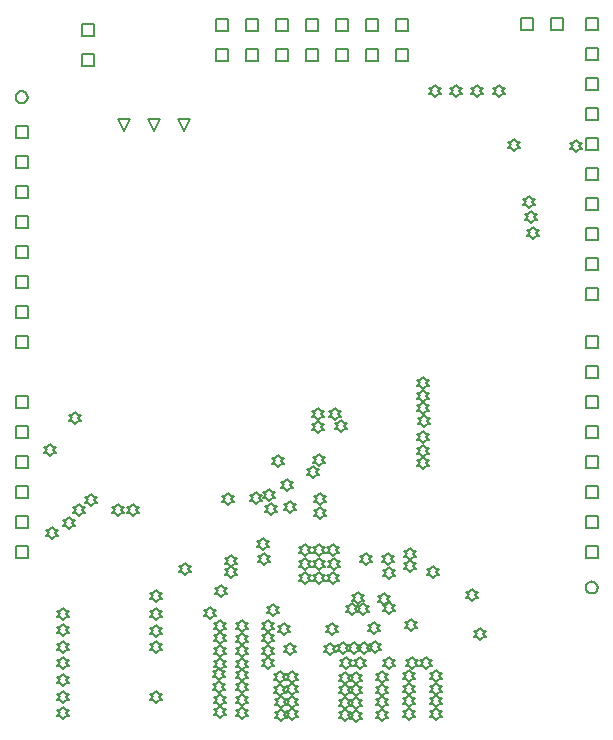
<source format=gbr>
%FSTAX23Y23*%
%MOMM*%
%SFA1B1*%

%IPPOS*%
%ADD129C,0.127000*%
%ADD130C,0.169300*%
G54D129*
X43751Y58491D02*
Y59507D01*
X44767*
Y58491*
X43751*
X46291D02*
Y59507D01*
X47307*
Y58491*
X46291*
X10149Y49941D02*
X09641Y50957D01*
X10657*
X10149Y49941*
X12689D02*
X12181Y50957D01*
X13197*
X12689Y49941*
X15229D02*
X14721Y50957D01*
X15737*
X15229Y49941*
X06591Y55476D02*
Y56492D01*
X07607*
Y55476*
X06591*
Y58016D02*
Y59032D01*
X07607*
Y58016*
X06591*
X49251Y13791D02*
Y14807D01*
X50267*
Y13791*
X49251*
Y16331D02*
Y17347D01*
X50267*
Y16331*
X49251*
Y18871D02*
Y19887D01*
X50267*
Y18871*
X49251*
Y21411D02*
Y22427D01*
X50267*
Y21411*
X49251*
Y23951D02*
Y24967D01*
X50267*
Y23951*
X49251*
Y26491D02*
Y27507D01*
X50267*
Y26491*
X49251*
Y29031D02*
Y30047D01*
X50267*
Y29031*
X49251*
Y31571D02*
Y32587D01*
X50267*
Y31571*
X49251*
X00991Y26491D02*
Y27507D01*
X02007*
Y26491*
X00991*
Y23951D02*
Y24967D01*
X02007*
Y23951*
X00991*
Y21411D02*
Y22427D01*
X02007*
Y21411*
X00991*
Y18871D02*
Y19887D01*
X02007*
Y18871*
X00991*
Y16331D02*
Y17347D01*
X02007*
Y16331*
X00991*
Y13791D02*
Y14807D01*
X02007*
Y13791*
X00991*
X49251Y40711D02*
Y41727D01*
X50267*
Y40711*
X49251*
Y58491D02*
Y59507D01*
X50267*
Y58491*
X49251*
Y55951D02*
Y56967D01*
X50267*
Y55951*
X49251*
Y53411D02*
Y54427D01*
X50267*
Y53411*
X49251*
Y50871D02*
Y51887D01*
X50267*
Y50871*
X49251*
Y48331D02*
Y49347D01*
X50267*
Y48331*
X49251*
Y45791D02*
Y46807D01*
X50267*
Y45791*
X49251*
Y43251D02*
Y44267D01*
X50267*
Y43251*
X49251*
Y38171D02*
Y39187D01*
X50267*
Y38171*
X49251*
Y35631D02*
Y36647D01*
X50267*
Y35631*
X49251*
X00991Y49351D02*
Y50367D01*
X02007*
Y49351*
X00991*
Y46811D02*
Y47827D01*
X02007*
Y46811*
X00991*
Y44271D02*
Y45287D01*
X02007*
Y44271*
X00991*
Y41731D02*
Y42747D01*
X02007*
Y41731*
X00991*
Y39191D02*
Y40207D01*
X02007*
Y39191*
X00991*
Y36651D02*
Y37667D01*
X02007*
Y36651*
X00991*
Y34111D02*
Y35127D01*
X02007*
Y34111*
X00991*
Y31571D02*
Y32587D01*
X02007*
Y31571*
X00991*
X17991Y55891D02*
Y56907D01*
X19007*
Y55891*
X17991*
Y58431D02*
Y59447D01*
X19007*
Y58431*
X17991*
X20531Y55891D02*
Y56907D01*
X21547*
Y55891*
X20531*
Y58431D02*
Y59447D01*
X21547*
Y58431*
X20531*
X23071Y55891D02*
Y56907D01*
X24087*
Y55891*
X23071*
Y58431D02*
Y59447D01*
X24087*
Y58431*
X23071*
X25611Y55891D02*
Y56907D01*
X26627*
Y55891*
X25611*
Y58431D02*
Y59447D01*
X26627*
Y58431*
X25611*
X28151Y55891D02*
Y56907D01*
X29167*
Y55891*
X28151*
Y58431D02*
Y59447D01*
X29167*
Y58431*
X28151*
X30691Y55891D02*
Y56907D01*
X31707*
Y55891*
X30691*
Y58431D02*
Y59447D01*
X31707*
Y58431*
X30691*
X33231Y55891D02*
Y56907D01*
X34247*
Y55891*
X33231*
Y58431D02*
Y59447D01*
X34247*
Y58431*
X33231*
X05999Y25141D02*
X06253Y25395D01*
X06507*
X06253Y25649*
X06507Y25903*
X06253*
X05999Y26157*
X05745Y25903*
X05491*
X05745Y25649*
X05491Y25395*
X05745*
X05999Y25141*
X03899Y22491D02*
X04153Y22745D01*
X04407*
X04153Y22999*
X04407Y23253*
X04153*
X03899Y23507*
X03645Y23253*
X03391*
X03645Y22999*
X03391Y22745*
X03645*
X03899Y22491*
X23999Y19491D02*
X24253Y19745D01*
X24507*
X24253Y19999*
X24507Y20253*
X24253*
X23999Y20507*
X23745Y20253*
X23491*
X23745Y19999*
X23491Y19745*
X23745*
X23999Y19491*
X35499Y21391D02*
X35753Y21645D01*
X36007*
X35753Y21899*
X36007Y22153*
X35753*
X35499Y22407*
X35245Y22153*
X34991*
X35245Y21899*
X34991Y21645*
X35245*
X35499Y21391*
Y22391D02*
X35753Y22645D01*
X36007*
X35753Y22899*
X36007Y23153*
X35753*
X35499Y23407*
X35245Y23153*
X34991*
X35245Y22899*
X34991Y22645*
X35245*
X35499Y22391*
X35599Y24892D02*
X35853Y25146D01*
X36107*
X35853Y254*
X36107Y25654*
X35853*
X35599Y25908*
X35345Y25654*
X35091*
X35345Y254*
X35091Y25146*
X35345*
X35599Y24892*
X35499Y23591D02*
X35753Y23845D01*
X36007*
X35753Y24099*
X36007Y24353*
X35753*
X35499Y24607*
X35245Y24353*
X34991*
X35245Y24099*
X34991Y23845*
X35245*
X35499Y23591*
X36474Y52891D02*
X36728Y53145D01*
X36982*
X36728Y53399*
X36982Y53653*
X36728*
X36474Y53907*
X3622Y53653*
X35966*
X3622Y53399*
X35966Y53145*
X3622*
X36474Y52891*
X35499Y25991D02*
X35753Y26245D01*
X36007*
X35753Y26499*
X36007Y26753*
X35753*
X35499Y27007*
X35245Y26753*
X34991*
X35245Y26499*
X34991Y26245*
X35245*
X35499Y25991*
Y26991D02*
X35753Y27245D01*
X36007*
X35753Y27499*
X36007Y27753*
X35753*
X35499Y28007*
X35245Y27753*
X34991*
X35245Y27499*
X34991Y27245*
X35245*
X35499Y26991*
Y28091D02*
X35753Y28345D01*
X36007*
X35753Y28599*
X36007Y28853*
X35753*
X35499Y29107*
X35245Y28853*
X34991*
X35245Y28599*
X34991Y28345*
X35245*
X35499Y28091*
X41899Y52891D02*
X42153Y53145D01*
X42407*
X42153Y53399*
X42407Y53653*
X42153*
X41899Y53907*
X41645Y53653*
X41391*
X41645Y53399*
X41391Y53145*
X41645*
X41899Y52891*
X40091D02*
X40345Y53145D01*
X40599*
X40345Y53399*
X40599Y53653*
X40345*
X40091Y53907*
X39837Y53653*
X39583*
X39837Y53399*
X39583Y53145*
X39837*
X40091Y52891*
X38283D02*
X38537Y53145D01*
X38791*
X38537Y53399*
X38791Y53653*
X38537*
X38283Y53907*
X38029Y53653*
X37775*
X38029Y53399*
X37775Y53145*
X38029*
X38283Y52891*
X26599Y25491D02*
X26853Y25745D01*
X27107*
X26853Y25999*
X27107Y26253*
X26853*
X26599Y26507*
X26345Y26253*
X26091*
X26345Y25999*
X26091Y25745*
X26345*
X26599Y25491*
Y24391D02*
X26853Y24645D01*
X27107*
X26853Y24899*
X27107Y25153*
X26853*
X26599Y25407*
X26345Y25153*
X26091*
X26345Y24899*
X26091Y24645*
X26345*
X26599Y24391*
X10899Y17391D02*
X11153Y17645D01*
X11407*
X11153Y17899*
X11407Y18153*
X11153*
X10899Y18407*
X10645Y18153*
X10391*
X10645Y17899*
X10391Y17645*
X10645*
X10899Y17391*
X44599Y42191D02*
X44853Y42445D01*
X45107*
X44853Y42699*
X45107Y42953*
X44853*
X44599Y43207*
X44345Y42953*
X44091*
X44345Y42699*
X44091Y42445*
X44345*
X44599Y42191*
X44799Y40791D02*
X45053Y41045D01*
X45307*
X45053Y41299*
X45307Y41553*
X45053*
X44799Y41807*
X44545Y41553*
X44291*
X44545Y41299*
X44291Y41045*
X44545*
X44799Y40791*
X28499Y24491D02*
X28753Y24745D01*
X29007*
X28753Y24999*
X29007Y25253*
X28753*
X28499Y25507*
X28245Y25253*
X27991*
X28245Y24999*
X27991Y24745*
X28245*
X28499Y24491*
X27999Y25491D02*
X28253Y25745D01*
X28507*
X28253Y25999*
X28507Y26253*
X28253*
X27999Y26507*
X27745Y26253*
X27491*
X27745Y25999*
X27491Y25745*
X27745*
X27999Y25491*
X07399Y18191D02*
X07653Y18445D01*
X07907*
X07653Y18699*
X07907Y18953*
X07653*
X07399Y19207*
X07145Y18953*
X06891*
X07145Y18699*
X06891Y18445*
X07145*
X07399Y18191*
X06399Y17391D02*
X06653Y17645D01*
X06907*
X06653Y17899*
X06907Y18153*
X06653*
X06399Y18407*
X06145Y18153*
X05891*
X06145Y17899*
X05891Y17645*
X06145*
X06399Y17391*
X05499Y16291D02*
X05753Y16545D01*
X06007*
X05753Y16799*
X06007Y17053*
X05753*
X05499Y17307*
X05245Y17053*
X04991*
X05245Y16799*
X04991Y16545*
X05245*
X05499Y16291*
X04999Y08591D02*
X05253Y08845D01*
X05507*
X05253Y09099*
X05507Y09353*
X05253*
X04999Y09607*
X04745Y09353*
X04491*
X04745Y09099*
X04491Y08845*
X04745*
X04999Y08591*
Y07191D02*
X05253Y07445D01*
X05507*
X05253Y07699*
X05507Y07953*
X05253*
X04999Y08207*
X04745Y07953*
X04491*
X04745Y07699*
X04491Y07445*
X04745*
X04999Y07191*
X44499Y43491D02*
X44753Y43745D01*
X45007*
X44753Y43999*
X45007Y44253*
X44753*
X44499Y44507*
X44245Y44253*
X43991*
X44245Y43999*
X43991Y43745*
X44245*
X44499Y43491*
X04999Y05816D02*
X05253Y0607D01*
X05507*
X05253Y06324*
X05507Y06578*
X05253*
X04999Y06832*
X04745Y06578*
X04491*
X04745Y06324*
X04491Y0607*
X04745*
X04999Y05816*
X26699Y21591D02*
X26953Y21845D01*
X27207*
X26953Y22099*
X27207Y22353*
X26953*
X26699Y22607*
X26445Y22353*
X26191*
X26445Y22099*
X26191Y21845*
X26445*
X26699Y21591*
X09699Y17391D02*
X09953Y17645D01*
X10207*
X09953Y17899*
X10207Y18153*
X09953*
X09699Y18407*
X09445Y18153*
X09191*
X09445Y17899*
X09191Y17645*
X09445*
X09699Y17391*
X04999Y02991D02*
X05253Y03245D01*
X05507*
X05253Y03499*
X05507Y03753*
X05253*
X04999Y04007*
X04745Y03753*
X04491*
X04745Y03499*
X04491Y03245*
X04745*
X04999Y02991*
X48399Y48191D02*
X48653Y48445D01*
X48907*
X48653Y48699*
X48907Y48953*
X48653*
X48399Y49207*
X48145Y48953*
X47891*
X48145Y48699*
X47891Y48445*
X48145*
X48399Y48191*
X43199Y48291D02*
X43453Y48545D01*
X43707*
X43453Y48799*
X43707Y49053*
X43453*
X43199Y49307*
X42945Y49053*
X42691*
X42945Y48799*
X42691Y48545*
X42945*
X43199Y48291*
X29999Y09891D02*
X30253Y10145D01*
X30507*
X30253Y10399*
X30507Y10653*
X30253*
X29999Y10907*
X29745Y10653*
X29491*
X29745Y10399*
X29491Y10145*
X29745*
X29999Y09891*
X29499Y08991D02*
X29753Y09245D01*
X30007*
X29753Y09499*
X30007Y09753*
X29753*
X29499Y10007*
X29245Y09753*
X28991*
X29245Y09499*
X28991Y09245*
X29245*
X29499Y08991*
X32599Y09091D02*
X32853Y09345D01*
X33107*
X32853Y09599*
X33107Y09853*
X32853*
X32599Y10107*
X32345Y09853*
X32091*
X32345Y09599*
X32091Y09345*
X32345*
X32599Y09091*
X32512Y13191D02*
X32766Y13445D01*
X3302*
X32766Y13699*
X3302Y13953*
X32766*
X32512Y14207*
X32258Y13953*
X32004*
X32258Y13699*
X32004Y13445*
X32258*
X32512Y13191*
X21374Y18366D02*
X21628Y1862D01*
X21882*
X21628Y18874*
X21882Y19128*
X21628*
X21374Y19382*
X2112Y19128*
X20866*
X2112Y18874*
X20866Y1862*
X2112*
X21374Y18366*
X24249Y17666D02*
X24503Y1792D01*
X24757*
X24503Y18174*
X24757Y18428*
X24503*
X24249Y18682*
X23995Y18428*
X23741*
X23995Y18174*
X23741Y1792*
X23995*
X24249Y17666*
X26199Y20566D02*
X26453Y2082D01*
X26707*
X26453Y21074*
X26707Y21328*
X26453*
X26199Y21582*
X25945Y21328*
X25691*
X25945Y21074*
X25691Y2082*
X25945*
X26199Y20566*
X32624Y04441D02*
X32878Y04695D01*
X33132*
X32878Y04949*
X33132Y05203*
X32878*
X32624Y05457*
X3237Y05203*
X32116*
X3237Y04949*
X32116Y04695*
X3237*
X32624Y04441*
X3142Y05741D02*
X31674Y05995D01*
X31928*
X31674Y06249*
X31928Y06503*
X31674*
X3142Y06757*
X31166Y06503*
X30912*
X31166Y06249*
X30912Y05995*
X31166*
X3142Y05741*
X34474Y07641D02*
X34728Y07895D01*
X34982*
X34728Y08149*
X34982Y08403*
X34728*
X34474Y08657*
X3422Y08403*
X33966*
X3422Y08149*
X33966Y07895*
X3422*
X34474Y07641*
X26724Y17091D02*
X26978Y17345D01*
X27232*
X26978Y17599*
X27232Y17853*
X26978*
X26724Y18107*
X2647Y17853*
X26216*
X2647Y17599*
X26216Y17345*
X2647*
X26724Y17091*
X23174Y21566D02*
X23428Y2182D01*
X23682*
X23428Y22074*
X23682Y22328*
X23428*
X23174Y22582*
X2292Y22328*
X22666*
X2292Y22074*
X22666Y2182*
X2292*
X23174Y21566*
X15374Y12416D02*
X15628Y1267D01*
X15882*
X15628Y12924*
X15882Y13178*
X15628*
X15374Y13432*
X1512Y13178*
X14866*
X1512Y12924*
X14866Y1267*
X1512*
X15374Y12416*
X32574Y12041D02*
X32828Y12295D01*
X33082*
X32828Y12549*
X33082Y12803*
X32828*
X32574Y13057*
X3232Y12803*
X32066*
X3232Y12549*
X32066Y12295*
X3232*
X32574Y12041*
X30399Y08991D02*
X30653Y09245D01*
X30907*
X30653Y09499*
X30907Y09753*
X30653*
X30399Y10007*
X30145Y09753*
X29891*
X30145Y09499*
X29891Y09245*
X30145*
X30399Y08991*
X34374Y12641D02*
X34628Y12895D01*
X34882*
X34628Y13149*
X34882Y13403*
X34628*
X34374Y13657*
X3412Y13403*
X33866*
X3412Y13149*
X33866Y12895*
X3412*
X34374Y12641*
X25474Y12791D02*
X25728Y13045D01*
X25982*
X25728Y13299*
X25982Y13553*
X25728*
X25474Y13807*
X2522Y13553*
X24966*
X2522Y13299*
X24966Y13045*
X2522*
X25474Y12791*
X26674Y13991D02*
X26928Y14245D01*
X27182*
X26928Y14499*
X27182Y14753*
X26928*
X26674Y15007*
X2642Y14753*
X26166*
X2642Y14499*
X26166Y14245*
X2642*
X26674Y13991*
X27874D02*
X28128Y14245D01*
X28382*
X28128Y14499*
X28382Y14753*
X28128*
X27874Y15007*
X2762Y14753*
X27366*
X2762Y14499*
X27366Y14245*
X2762*
X27874Y13991*
X26674Y12791D02*
X26928Y13045D01*
X27182*
X26928Y13299*
X27182Y13553*
X26928*
X26674Y13807*
X2642Y13553*
X26166*
X2642Y13299*
X26166Y13045*
X2642*
X26674Y12791*
X25474Y13991D02*
X25728Y14245D01*
X25982*
X25728Y14499*
X25982Y14753*
X25728*
X25474Y15007*
X2522Y14753*
X24966*
X2522Y14499*
X24966Y14245*
X2522*
X25474Y13991*
X27974Y12791D02*
X28228Y13045D01*
X28482*
X28228Y13299*
X28482Y13553*
X28228*
X27974Y13807*
X2772Y13553*
X27466*
X2772Y13299*
X27466Y13045*
X2772*
X27974Y12791*
X27874Y11591D02*
X28128Y11845D01*
X28382*
X28128Y12099*
X28382Y12353*
X28128*
X27874Y12607*
X2762Y12353*
X27366*
X2762Y12099*
X27366Y11845*
X2762*
X27874Y11591*
X36324Y12141D02*
X36578Y12395D01*
X36832*
X36578Y12649*
X36832Y12903*
X36578*
X36324Y13157*
X3607Y12903*
X35816*
X3607Y12649*
X35816Y12395*
X3607*
X36324Y12141*
X22424Y18641D02*
X22678Y18895D01*
X22932*
X22678Y19149*
X22932Y19403*
X22678*
X22424Y19657*
X2217Y19403*
X21916*
X2217Y19149*
X21916Y18895*
X2217*
X22424Y18641*
X22624Y17491D02*
X22878Y17745D01*
X23132*
X22878Y17999*
X23132Y18253*
X22878*
X22624Y18507*
X2237Y18253*
X22116*
X2237Y17999*
X22116Y17745*
X2237*
X22624Y17491*
X39624Y10191D02*
X39878Y10445D01*
X40132*
X39878Y10699*
X40132Y10953*
X39878*
X39624Y11207*
X3937Y10953*
X39116*
X3937Y10699*
X39116Y10445*
X3937*
X39624Y10191*
X32174Y09866D02*
X32428Y1012D01*
X32682*
X32428Y10374*
X32682Y10628*
X32428*
X32174Y10882*
X3192Y10628*
X31666*
X3192Y10374*
X31666Y1012*
X3192*
X32174Y09866*
X27799Y07316D02*
X28053Y0757D01*
X28307*
X28053Y07824*
X28307Y08078*
X28053*
X27799Y08332*
X27545Y08078*
X27291*
X27545Y07824*
X27291Y0757*
X27545*
X27799Y07316*
X18374Y10541D02*
X18628Y10795D01*
X18882*
X18628Y11049*
X18882Y11303*
X18628*
X18374Y11557*
X1812Y11303*
X17866*
X1812Y11049*
X17866Y10795*
X1812*
X18374Y10541*
X19249Y12091D02*
X19503Y12345D01*
X19757*
X19503Y12599*
X19757Y12853*
X19503*
X19249Y13107*
X18995Y12853*
X18741*
X18995Y12599*
X18741Y12345*
X18995*
X19249Y12091*
Y13091D02*
X19503Y13345D01*
X19757*
X19503Y13599*
X19757Y13853*
X19503*
X19249Y14107*
X18995Y13853*
X18741*
X18995Y13599*
X18741Y13345*
X18995*
X19249Y13091*
X18999Y18316D02*
X19253Y1857D01*
X19507*
X19253Y18824*
X19507Y19078*
X19253*
X18999Y19332*
X18745Y19078*
X18491*
X18745Y18824*
X18491Y1857*
X18745*
X18999Y18316*
X21924Y14541D02*
X22178Y14795D01*
X22432*
X22178Y15049*
X22432Y15303*
X22178*
X21924Y15557*
X2167Y15303*
X21416*
X2167Y15049*
X21416Y14795*
X2167*
X21924Y14541*
X21999Y13216D02*
X22253Y1347D01*
X22507*
X22253Y13724*
X22507Y13978*
X22253*
X21999Y14232*
X21745Y13978*
X21491*
X21745Y13724*
X21491Y1347*
X21745*
X21999Y13216*
X22774Y08941D02*
X23028Y09195D01*
X23282*
X23028Y09449*
X23282Y09703*
X23028*
X22774Y09957*
X2252Y09703*
X22266*
X2252Y09449*
X22266Y09195*
X2252*
X22774Y08941*
X23674Y07266D02*
X23928Y0752D01*
X24182*
X23928Y07774*
X24182Y08028*
X23928*
X23674Y08282*
X2342Y08028*
X23166*
X2342Y07774*
X23166Y0752*
X2342*
X23674Y07266*
X25474Y11591D02*
X25728Y11845D01*
X25982*
X25728Y12099*
X25982Y12353*
X25728*
X25474Y12607*
X2522Y12353*
X24966*
X2522Y12099*
X24966Y11845*
X2522*
X25474Y11591*
X26674D02*
X26928Y11845D01*
X27182*
X26928Y12099*
X27182Y12353*
X26928*
X26674Y12607*
X2642Y12353*
X26166*
X2642Y12099*
X26166Y11845*
X2642*
X26674Y11591*
X28699Y05716D02*
X28953Y0597D01*
X29207*
X28953Y06224*
X29207Y06478*
X28953*
X28699Y06732*
X28445Y06478*
X28191*
X28445Y06224*
X28191Y0597*
X28445*
X28699Y05716*
X30499D02*
X30753Y0597D01*
X31007*
X30753Y06224*
X31007Y06478*
X30753*
X30499Y06732*
X30245Y06478*
X29991*
X30245Y06224*
X29991Y0597*
X30245*
X30499Y05716*
X29624D02*
X29878Y0597D01*
X30132*
X29878Y06224*
X30132Y06478*
X29878*
X29624Y06732*
X2937Y06478*
X29116*
X2937Y06224*
X29116Y0597*
X2937*
X29624Y05716*
X31349Y07366D02*
X31603Y0762D01*
X31857*
X31603Y07874*
X31857Y08128*
X31603*
X31349Y08382*
X31095Y08128*
X30841*
X31095Y07874*
X30841Y0762*
X31095*
X31349Y07366*
X26799Y18341D02*
X27053Y18595D01*
X27307*
X27053Y18849*
X27307Y19103*
X27053*
X26799Y19357*
X26545Y19103*
X26291*
X26545Y18849*
X26291Y18595*
X26545*
X26799Y18341*
X40349Y06866D02*
X40603Y0712D01*
X40857*
X40603Y07374*
X40857Y07628*
X40603*
X40349Y07882*
X40095Y07628*
X39841*
X40095Y07374*
X39841Y0712*
X40095*
X40349Y06866*
X24249Y05616D02*
X24503Y0587D01*
X24757*
X24503Y06124*
X24757Y06378*
X24503*
X24249Y06632*
X23995Y06378*
X23741*
X23995Y06124*
X23741Y0587*
X23995*
X24249Y05616*
X27599D02*
X27853Y0587D01*
X28107*
X27853Y06124*
X28107Y06378*
X27853*
X27599Y06632*
X27345Y06378*
X27091*
X27345Y06124*
X27091Y0587*
X27345*
X27599Y05616*
X34374Y13691D02*
X34628Y13945D01*
X34882*
X34628Y14199*
X34882Y14453*
X34628*
X34374Y14707*
X3412Y14453*
X33866*
X3412Y14199*
X33866Y13945*
X3412*
X34374Y13691*
X30699Y13241D02*
X30953Y13495D01*
X31207*
X30953Y13749*
X31207Y14003*
X30953*
X30699Y14257*
X30445Y14003*
X30191*
X30445Y13749*
X30191Y13495*
X30445*
X30699Y13241*
X31999Y01108D02*
X32253Y01362D01*
X32507*
X32253Y01616*
X32507Y0187*
X32253*
X31999Y02124*
X31745Y0187*
X31491*
X31745Y01616*
X31491Y01362*
X31745*
X31999Y01108*
Y00041D02*
X32253Y00295D01*
X32507*
X32253Y00549*
X32507Y00803*
X32253*
X31999Y01057*
X31745Y00803*
X31491*
X31745Y00549*
X31491Y00295*
X31745*
X31999Y00041*
Y02175D02*
X32253Y02429D01*
X32507*
X32253Y02683*
X32507Y02937*
X32253*
X31999Y03191*
X31745Y02937*
X31491*
X31745Y02683*
X31491Y02429*
X31745*
X31999Y02175*
X28874Y01058D02*
X29128Y01312D01*
X29382*
X29128Y01566*
X29382Y0182*
X29128*
X28874Y02074*
X2862Y0182*
X28366*
X2862Y01566*
X28366Y01312*
X2862*
X28874Y01058*
Y-00007D02*
X29128Y00245D01*
X29382*
X29128Y00499*
X29382Y00753*
X29128*
X28874Y01007*
X2862Y00753*
X28366*
X2862Y00499*
X28366Y00245*
X2862*
X28874Y-00007*
X28849Y02125D02*
X29103Y02379D01*
X29357*
X29103Y02633*
X29357Y02887*
X29103*
X28849Y03141*
X28595Y02887*
X28341*
X28595Y02633*
X28341Y02379*
X28595*
X28849Y02125*
Y03191D02*
X29103Y03445D01*
X29357*
X29103Y03699*
X29357Y03953*
X29103*
X28849Y04207*
X28595Y03953*
X28341*
X28595Y03699*
X28341Y03445*
X28595*
X28849Y03191*
X29849Y01033D02*
X30103Y01287D01*
X30357*
X30103Y01541*
X30357Y01795*
X30103*
X29849Y02049*
X29595Y01795*
X29341*
X29595Y01541*
X29341Y01287*
X29595*
X29849Y01033*
Y-00032D02*
X30103Y0022D01*
X30357*
X30103Y00474*
X30357Y00728*
X30103*
X29849Y00982*
X29595Y00728*
X29341*
X29595Y00474*
X29341Y0022*
X29595*
X29849Y-00032*
X29824Y021D02*
X30078Y02354D01*
X30332*
X30078Y02608*
X30332Y02862*
X30078*
X29824Y03116*
X2957Y02862*
X29316*
X2957Y02608*
X29316Y02354*
X2957*
X29824Y021*
Y03166D02*
X30078Y0342D01*
X30332*
X30078Y03674*
X30332Y03928*
X30078*
X29824Y04182*
X2957Y03928*
X29316*
X2957Y03674*
X29316Y0342*
X2957*
X29824Y03166*
X34274Y01183D02*
X34528Y01437D01*
X34782*
X34528Y01691*
X34782Y01945*
X34528*
X34274Y02199*
X3402Y01945*
X33766*
X3402Y01691*
X33766Y01437*
X3402*
X34274Y01183*
X36549Y00116D02*
X36803Y0037D01*
X37057*
X36803Y00624*
X37057Y00878*
X36803*
X36549Y01132*
X36295Y00878*
X36041*
X36295Y00624*
X36041Y0037*
X36295*
X36549Y00116*
X34581Y04441D02*
X34835Y04695D01*
X35089*
X34835Y04949*
X35089Y05203*
X34835*
X34581Y05457*
X34327Y05203*
X34073*
X34327Y04949*
X34073Y04695*
X34327*
X34581Y04441*
X35699D02*
X35953Y04695D01*
X36207*
X35953Y04949*
X36207Y05203*
X35953*
X35699Y05457*
X35445Y05203*
X35191*
X35445Y04949*
X35191Y04695*
X35445*
X35699Y04441*
X24399Y01133D02*
X24653Y01387D01*
X24907*
X24653Y01641*
X24907Y01895*
X24653*
X24399Y02149*
X24145Y01895*
X23891*
X24145Y01641*
X23891Y01387*
X24145*
X24399Y01133*
Y00066D02*
X24653Y0032D01*
X24907*
X24653Y00574*
X24907Y00828*
X24653*
X24399Y01082*
X24145Y00828*
X23891*
X24145Y00574*
X23891Y0032*
X24145*
X24399Y00066*
X24374Y022D02*
X24628Y02454D01*
X24882*
X24628Y02708*
X24882Y02962*
X24628*
X24374Y03216*
X2412Y02962*
X23866*
X2412Y02708*
X23866Y02454*
X2412*
X24374Y022*
Y03266D02*
X24628Y0352D01*
X24882*
X24628Y03774*
X24882Y04028*
X24628*
X24374Y04282*
X2412Y04028*
X23866*
X2412Y03774*
X23866Y0352*
X2412*
X24374Y03266*
X23424Y01108D02*
X23678Y01362D01*
X23932*
X23678Y01616*
X23932Y0187*
X23678*
X23424Y02124*
X2317Y0187*
X22916*
X2317Y01616*
X22916Y01362*
X2317*
X23424Y01108*
Y00041D02*
X23678Y00295D01*
X23932*
X23678Y00549*
X23932Y00803*
X23678*
X23424Y01057*
X2317Y00803*
X22916*
X2317Y00549*
X22916Y00295*
X2317*
X23424Y00041*
X23399Y02175D02*
X23653Y02429D01*
X23907*
X23653Y02683*
X23907Y02937*
X23653*
X23399Y03191*
X23145Y02937*
X22891*
X23145Y02683*
X22891Y02429*
X23145*
X23399Y02175*
Y03241D02*
X23653Y03495D01*
X23907*
X23653Y03749*
X23907Y04003*
X23653*
X23399Y04257*
X23145Y04003*
X22891*
X23145Y03749*
X22891Y03495*
X23145*
X23399Y03241*
X20149Y01283D02*
X20403Y01537D01*
X20657*
X20403Y01791*
X20657Y02045*
X20403*
X20149Y02299*
X19895Y02045*
X19641*
X19895Y01791*
X19641Y01537*
X19895*
X20149Y01283*
Y00216D02*
X20403Y0047D01*
X20657*
X20403Y00724*
X20657Y00978*
X20403*
X20149Y01232*
X19895Y00978*
X19641*
X19895Y00724*
X19641Y0047*
X19895*
X20149Y00216*
X20124Y0235D02*
X20378Y02604D01*
X20632*
X20378Y02858*
X20632Y03112*
X20378*
X20124Y03366*
X1987Y03112*
X19616*
X1987Y02858*
X19616Y02604*
X1987*
X20124Y0235*
Y03416D02*
X20378Y0367D01*
X20632*
X20378Y03924*
X20632Y04178*
X20378*
X20124Y04432*
X1987Y04178*
X19616*
X1987Y03924*
X19616Y0367*
X1987*
X20124Y03416*
X18274Y01333D02*
X18528Y01587D01*
X18782*
X18528Y01841*
X18782Y02095*
X18528*
X18274Y02349*
X1802Y02095*
X17766*
X1802Y01841*
X17766Y01587*
X1802*
X18274Y01333*
Y00266D02*
X18528Y0052D01*
X18782*
X18528Y00774*
X18782Y01028*
X18528*
X18274Y01282*
X1802Y01028*
X17766*
X1802Y00774*
X17766Y0052*
X1802*
X18274Y00266*
X18249Y024D02*
X18503Y02654D01*
X18757*
X18503Y02908*
X18757Y03162*
X18503*
X18249Y03416*
X17995Y03162*
X17741*
X17995Y02908*
X17741Y02654*
X17995*
X18249Y024*
Y03466D02*
X18503Y0372D01*
X18757*
X18503Y03974*
X18757Y04228*
X18503*
X18249Y04482*
X17995Y04228*
X17741*
X17995Y03974*
X17741Y0372*
X17995*
X18249Y03466*
X18324Y05433D02*
X18578Y05687D01*
X18832*
X18578Y05941*
X18832Y06195*
X18578*
X18324Y06449*
X1807Y06195*
X17816*
X1807Y05941*
X17816Y05687*
X1807*
X18324Y05433*
Y04366D02*
X18578Y0462D01*
X18832*
X18578Y04874*
X18832Y05128*
X18578*
X18324Y05382*
X1807Y05128*
X17816*
X1807Y04874*
X17816Y0462*
X1807*
X18324Y04366*
X18299Y065D02*
X18553Y06754D01*
X18807*
X18553Y07008*
X18807Y07262*
X18553*
X18299Y07516*
X18045Y07262*
X17791*
X18045Y07008*
X17791Y06754*
X18045*
X18299Y065*
Y07566D02*
X18553Y0782D01*
X18807*
X18553Y08074*
X18807Y08328*
X18553*
X18299Y08582*
X18045Y08328*
X17791*
X18045Y08074*
X17791Y0782*
X18045*
X18299Y07566*
X20174Y05408D02*
X20428Y05662D01*
X20682*
X20428Y05916*
X20682Y0617*
X20428*
X20174Y06424*
X1992Y0617*
X19666*
X1992Y05916*
X19666Y05662*
X1992*
X20174Y05408*
Y04341D02*
X20428Y04595D01*
X20682*
X20428Y04849*
X20682Y05103*
X20428*
X20174Y05357*
X1992Y05103*
X19666*
X1992Y04849*
X19666Y04595*
X1992*
X20174Y04341*
X20149Y06475D02*
X20403Y06729D01*
X20657*
X20403Y06983*
X20657Y07237*
X20403*
X20149Y07491*
X19895Y07237*
X19641*
X19895Y06983*
X19641Y06729*
X19895*
X20149Y06475*
Y07541D02*
X20403Y07795D01*
X20657*
X20403Y08049*
X20657Y08303*
X20403*
X20149Y08557*
X19895Y08303*
X19641*
X19895Y08049*
X19641Y07795*
X19895*
X20149Y07541*
X22399Y05458D02*
X22653Y05712D01*
X22907*
X22653Y05966*
X22907Y0622*
X22653*
X22399Y06474*
X22145Y0622*
X21891*
X22145Y05966*
X21891Y05712*
X22145*
X22399Y05458*
Y04391D02*
X22653Y04645D01*
X22907*
X22653Y04899*
X22907Y05153*
X22653*
X22399Y05407*
X22145Y05153*
X21891*
X22145Y04899*
X21891Y04645*
X22145*
X22399Y04391*
X22374Y06525D02*
X22628Y06779D01*
X22882*
X22628Y07033*
X22882Y07287*
X22628*
X22374Y07541*
X2212Y07287*
X21866*
X2212Y07033*
X21866Y06779*
X2212*
X22374Y06525*
Y07591D02*
X22628Y07845D01*
X22882*
X22628Y08099*
X22882Y08353*
X22628*
X22374Y08607*
X2212Y08353*
X21866*
X2212Y08099*
X21866Y07845*
X2212*
X22374Y07591*
X30109Y04441D02*
X30363Y04695D01*
X30617*
X30363Y04949*
X30617Y05203*
X30363*
X30109Y05457*
X29855Y05203*
X29601*
X29855Y04949*
X29601Y04695*
X29855*
X30109Y04441*
X28991D02*
X29245Y04695D01*
X29499*
X29245Y04949*
X29499Y05203*
X29245*
X28991Y05457*
X28737Y05203*
X28483*
X28737Y04949*
X28483Y04695*
X28737*
X28991Y04441*
X36549Y0225D02*
X36803Y02504D01*
X37057*
X36803Y02758*
X37057Y03012*
X36803*
X36549Y03266*
X36295Y03012*
X36041*
X36295Y02758*
X36041Y02504*
X36295*
X36549Y0225*
X34274D02*
X34528Y02504D01*
X34782*
X34528Y02758*
X34782Y03012*
X34528*
X34274Y03266*
X3402Y03012*
X33766*
X3402Y02758*
X33766Y02504*
X3402*
X34274Y0225*
Y03316D02*
X34528Y0357D01*
X34782*
X34528Y03824*
X34782Y04078*
X34528*
X34274Y04332*
X3402Y04078*
X33766*
X3402Y03824*
X33766Y0357*
X3402*
X34274Y03316*
X36549D02*
X36803Y0357D01*
X37057*
X36803Y03824*
X37057Y04078*
X36803*
X36549Y04332*
X36295Y04078*
X36041*
X36295Y03824*
X36041Y0357*
X36295*
X36549Y03316*
X34274Y00116D02*
X34528Y0037D01*
X34782*
X34528Y00624*
X34782Y00878*
X34528*
X34274Y01132*
X3402Y00878*
X33766*
X3402Y00624*
X33766Y0037*
X3402*
X34274Y00116*
X36549Y01183D02*
X36803Y01437D01*
X37057*
X36803Y01691*
X37057Y01945*
X36803*
X36549Y02199*
X36295Y01945*
X36041*
X36295Y01691*
X36041Y01437*
X36295*
X36549Y01183*
X31999Y03241D02*
X32253Y03495D01*
X32507*
X32253Y03749*
X32507Y04003*
X32253*
X31999Y04257*
X31745Y04003*
X31491*
X31745Y03749*
X31491Y03495*
X31745*
X31999Y03241*
X04999Y01566D02*
X05253Y0182D01*
X05507*
X05253Y02074*
X05507Y02328*
X05253*
X04999Y02582*
X04745Y02328*
X04491*
X04745Y02074*
X04491Y0182*
X04745*
X04999Y01566*
X05024Y00191D02*
X05278Y00445D01*
X05532*
X05278Y00699*
X05532Y00953*
X05278*
X05024Y01207*
X0477Y00953*
X04516*
X0477Y00699*
X04516Y00445*
X0477*
X05024Y00191*
X04999Y04441D02*
X05253Y04695D01*
X05507*
X05253Y04949*
X05507Y05203*
X05253*
X04999Y05457*
X04745Y05203*
X04491*
X04745Y04949*
X04491Y04695*
X04745*
X04999Y04441*
X12899Y08591D02*
X13153Y08845D01*
X13407*
X13153Y09099*
X13407Y09353*
X13153*
X12899Y09607*
X12645Y09353*
X12391*
X12645Y09099*
X12391Y08845*
X12645*
X12899Y08591*
X12874Y07166D02*
X13128Y0742D01*
X13382*
X13128Y07674*
X13382Y07928*
X13128*
X12874Y08182*
X1262Y07928*
X12366*
X1262Y07674*
X12366Y0742*
X1262*
X12874Y07166*
Y05766D02*
X13128Y0602D01*
X13382*
X13128Y06274*
X13382Y06528*
X13128*
X12874Y06782*
X1262Y06528*
X12366*
X1262Y06274*
X12366Y0602*
X1262*
X12874Y05766*
Y10066D02*
X13128Y1032D01*
X13382*
X13128Y10574*
X13382Y10828*
X13128*
X12874Y11082*
X1262Y10828*
X12366*
X1262Y10574*
X12366Y1032*
X1262*
X12874Y10066*
Y01566D02*
X13128Y0182D01*
X13382*
X13128Y02074*
X13382Y02328*
X13128*
X12874Y02582*
X1262Y02328*
X12366*
X1262Y02074*
X12366Y0182*
X1262*
X12874Y01566*
X04099Y15441D02*
X04353Y15695D01*
X04607*
X04353Y15949*
X04607Y16203*
X04353*
X04099Y16457*
X03845Y16203*
X03591*
X03845Y15949*
X03591Y15695*
X03845*
X04099Y15441*
X17424Y08666D02*
X17678Y0892D01*
X17932*
X17678Y09174*
X17932Y09428*
X17678*
X17424Y09682*
X1717Y09428*
X16916*
X1717Y09174*
X16916Y0892*
X1717*
X17424Y08666*
G54D130*
X50267Y11324D02*
D01*
X50266Y1136*
X50263Y11395*
X50256Y1143*
X50248Y11465*
X50237Y11498*
X50224Y11531*
X50208Y11563*
X5019Y11594*
X5017Y11623*
X50149Y11651*
X50125Y11677*
X50099Y11702*
X50072Y11725*
X50044Y11746*
X50013Y11764*
X49982Y11781*
X4995Y11795*
X49916Y11808*
X49882Y11817*
X49848Y11825*
X49813Y1183*
X49777Y11832*
X49742*
X49706Y1183*
X49671Y11825*
X49637Y11817*
X49602Y11808*
X49569Y11795*
X49537Y11781*
X49505Y11764*
X49475Y11746*
X49447Y11725*
X4942Y11702*
X49394Y11677*
X4937Y11651*
X49348Y11623*
X49329Y11594*
X49311Y11563*
X49295Y11531*
X49282Y11498*
X49271Y11465*
X49263Y1143*
X49256Y11395*
X49253Y1136*
X49251Y11324*
X49253Y11289*
X49256Y11254*
X49263Y11219*
X49271Y11184*
X49282Y11151*
X49295Y11118*
X49311Y11086*
X49329Y11055*
X49348Y11026*
X4937Y10998*
X49394Y10972*
X4942Y10947*
X49447Y10924*
X49475Y10903*
X49505Y10885*
X49537Y10868*
X49569Y10853*
X49602Y10841*
X49637Y10832*
X49671Y10824*
X49706Y10819*
X49742Y10817*
X49777*
X49813Y10819*
X49848Y10824*
X49882Y10832*
X49916Y10841*
X4995Y10853*
X49982Y10868*
X50013Y10885*
X50044Y10903*
X50072Y10924*
X50099Y10947*
X50125Y10972*
X50149Y10998*
X5017Y11026*
X5019Y11055*
X50208Y11086*
X50224Y11118*
X50237Y11151*
X50248Y11184*
X50256Y11219*
X50263Y11254*
X50266Y11289*
X50267Y11324*
X02007Y52849D02*
D01*
X02006Y52885*
X02003Y5292*
X01996Y52955*
X01988Y5299*
X01977Y53023*
X01964Y53056*
X01948Y53088*
X0193Y53119*
X0191Y53148*
X01889Y53176*
X01865Y53202*
X01839Y53227*
X01812Y5325*
X01784Y53271*
X01753Y53289*
X01722Y53306*
X0169Y53321*
X01656Y53333*
X01622Y53342*
X01588Y5335*
X01553Y53355*
X01517Y53357*
X01482*
X01446Y53355*
X01411Y5335*
X01377Y53342*
X01342Y53333*
X01309Y53321*
X01277Y53306*
X01245Y53289*
X01215Y53271*
X01187Y5325*
X0116Y53227*
X01134Y53202*
X0111Y53176*
X01088Y53148*
X01069Y53119*
X01051Y53088*
X01035Y53056*
X01022Y53023*
X01011Y5299*
X01003Y52955*
X00996Y5292*
X00993Y52885*
X00991Y52849*
X00993Y52814*
X00996Y52779*
X01003Y52744*
X01011Y52709*
X01022Y52676*
X01035Y52643*
X01051Y52611*
X01069Y5258*
X01088Y52551*
X0111Y52523*
X01134Y52497*
X0116Y52472*
X01187Y52449*
X01215Y52428*
X01245Y5241*
X01277Y52393*
X01309Y52378*
X01342Y52366*
X01377Y52357*
X01411Y52349*
X01446Y52344*
X01482Y52342*
X01517*
X01553Y52344*
X01588Y52349*
X01622Y52357*
X01656Y52366*
X0169Y52378*
X01722Y52393*
X01753Y5241*
X01784Y52428*
X01812Y52449*
X01839Y52472*
X01865Y52497*
X01889Y52523*
X0191Y52551*
X0193Y5258*
X01948Y52611*
X01964Y52643*
X01977Y52676*
X01988Y52709*
X01996Y52744*
X02003Y52779*
X02006Y52814*
X02007Y52849*
M02*
</source>
